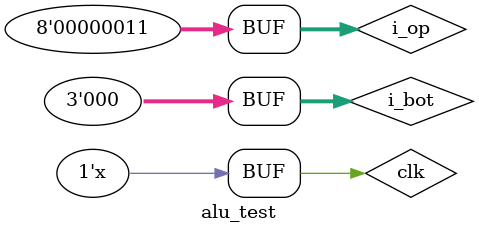
<source format=v>
`timescale 1ns / 1ps


module alu_test;

	// Inputs
	reg [7:0] i_op;
	reg [2:0] i_bot;
	reg clk;

	// Outputs
	wire [6:0] o_sseg;

	// Instantiate the Unit Under Test (UUT)
	alu uut (
		.i_op(i_op), 
		.i_bot(i_bot), 
		.o_sseg(o_sseg), 
		.clk(clk)
	);

	initial begin

		clk = 0;
		i_bot[0] = 0;
		i_bot[1] = 0;
		i_bot[2] = 0;
		
		// Initialize Inputs
		i_op = 8'b00001101;
		#50;
		i_bot[0] = 1;
		#50;
		i_bot[0] = 0;
		#50;
		i_op = 8'b00110110;
		#50;
		i_bot[1] = 1;
		#50;
		i_bot[1] = 0;
		#50;
		i_op = 8'b00000001;
		#50;
		i_bot[2] = 1;
		#50;
		i_bot[2] = 0;
		#50;
		
		// op: suma
		//resultado: 01000011

		// Wait 100 ns for global reset to finish
		#100;
		i_op = 8'b00110010;
		#50;
		i_bot[0] = 1;
		#50;
		i_bot[0] = 0;
		#50;
		i_op = 8'b11011001;
		#50;
		i_bot[1] = 1;
		#50;
		i_bot[1] = 0;
		#50;
		i_op = 8'b00100010;
		#50;
		i_bot[2] = 1;
		#50;
		i_bot[2] = 0;
		#50;
		
		// op: resta
		//resultado: 01010101

		// Wait 100 ns for global reset to finish
		#100;
		i_op = 8'b00110010;
		#50;
		i_bot[0] = 1;
		#50;
		i_bot[0] = 0;
		#50;
		i_op = 8'b11011001;
		#50;
		i_bot[1] = 1;
		#50;
		i_bot[1] = 0;
		#50;
		i_op = 8'b00100101;
		#50;
		i_bot[2] = 1;
		#50;
		i_bot[2] = 0;
		#50;
		
		// op: or
		//resultado: 11111011

		// Wait 100 ns for global reset to finish
		#100;
		i_op = 8'b00110010;
		#50;
		i_bot[0] = 1;
		#50;
		i_bot[0] = 0;
		#50;
		i_op = 8'b11011001;
		#50;
		i_bot[1] = 1;
		#50;
		i_bot[1] = 0;
		#50;
		i_op = 8'b00100100;
		#50;
		i_bot[2] = 1;
		#50;
		i_bot[2] = 0;
		#50;
		
		// op: and
		//resultado: 00010000

		// Wait 100 ns for global reset to finish
		#100;
		i_op = 8'b00110010;
		#50;
		i_bot[0] = 1;
		#50;
		i_bot[0] = 0;
		#50;
		i_op = 8'b11011001;
		#50;
		i_bot[1] = 1;
		#50;
		i_bot[1] = 0;
		#50;
		i_op = 8'b00100111;
		#50;
		i_bot[2] = 1;
		#50;
		i_bot[2] = 0;
		#50;
		
		// op: nor
		//resultado: 00000100

		// Wait 100 ns for global reset to finish
		#100;
		i_op = 8'b00110010;
		#50;
		i_bot[0] = 1;
		#50;
		i_bot[0] = 0;
		#50;
		i_op = 8'b11011001;
		#50;
		i_bot[1] = 1;
		#50;
		i_bot[1] = 0;
		#50;
		i_op = 8'b00100110;
		#50;
		i_bot[2] = 1;
		#50;
		i_bot[2] = 0;
		#50;
		
		// op: xor
		//resultado: 11101011

		// Wait 100 ns for global reset to finish
		#100;
		i_op = 8'b10110010;
		#50;
		i_bot[0] = 1;
		#50;
		i_bot[0] = 0;
		#50;
		i_op = 8'b00000010;
		#50;
		i_bot[1] = 1;
		#50;
		i_bot[1] = 0;
		#50;
		i_op = 8'b00000010;
		#50;
		i_bot[2] = 1;
		#50;
		i_bot[2] = 0;
		#50;
		
		// op: shift aritmetico derecha
		//resultado: 00101100

		// Wait 100 ns for global reset to finish
		#100;
		i_op = 8'b10110010;
		#50;
		i_bot[0] = 1;
		#50;
		i_bot[0] = 0;
		#50;
		i_op = 8'b00000010;
		#50;
		i_bot[1] = 1;
		#50;
		i_bot[1] = 0;
		#50;
		i_op = 8'b00000011;
		#50;
		i_bot[2] = 1;
		#50;
		i_bot[2] = 0;
		#50;
		
		// op: shift logico derecha
		//resultado: 11101100

		// Wait 100 ns for global reset to finish
		#100;		
		i_op = 8'b10110010;
		#50;
		i_bot[0] = 1;
		#50;
		i_bot[0] = 0;
		#50;
		i_op = 8'b00000000;
		#50;
		i_bot[1] = 1;
		#50;
		i_bot[1] = 0;
		#50;
		i_op = 8'b00000010;
		#50;
		i_bot[2] = 1;
		#50;
		i_bot[2] = 0;
		#50;
		
		// op: shift aritmetico derecha
		//resultado: 10110010

		// Wait 100 ns for global reset to finish
		#100;
		i_op = 8'b10110010;
		#50;
		i_bot[0] = 1;
		#50;
		i_bot[0] = 0;
		#50;
		i_op = 8'b00000000;
		#50;
		i_bot[1] = 1;
		#50;
		i_bot[1] = 0;
		#50;
		i_op = 8'b00000011;
		#50;
		i_bot[2] = 1;
		#50;
		i_bot[2] = 0;
		#50;
		
		// op: shift logico derecha
		//resultado: 10110010

		// Wait 100 ns for global reset to finish
		#100;
        
		// Add stimulus here
		// Add stimulus here
	end		
      		// Add stimulus here
		always 
		begin
		#20
		clk = ~clk;
		end
      
endmodule

</source>
